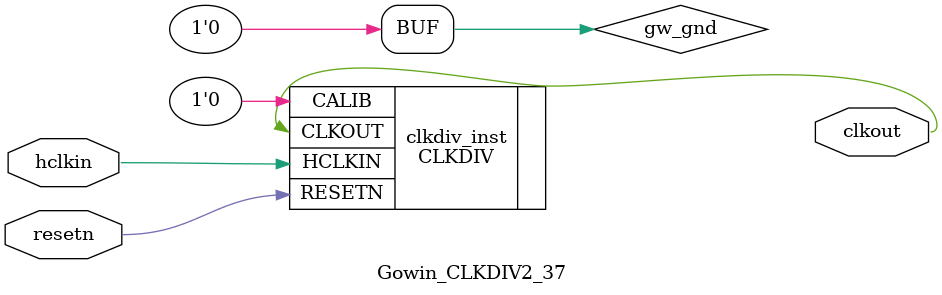
<source format=v>

module Gowin_CLKDIV2_37 (clkout, hclkin, resetn);

output clkout;
input hclkin;
input resetn;

wire gw_gnd;

assign gw_gnd = 1'b0;

CLKDIV clkdiv_inst (
    .CLKOUT(clkout),
    .HCLKIN(hclkin),
    .RESETN(resetn),
    .CALIB(gw_gnd)
);

defparam clkdiv_inst.DIV_MODE = "2";
defparam clkdiv_inst.GSREN = "false";

endmodule //Gowin_CLKDIV2_37

</source>
